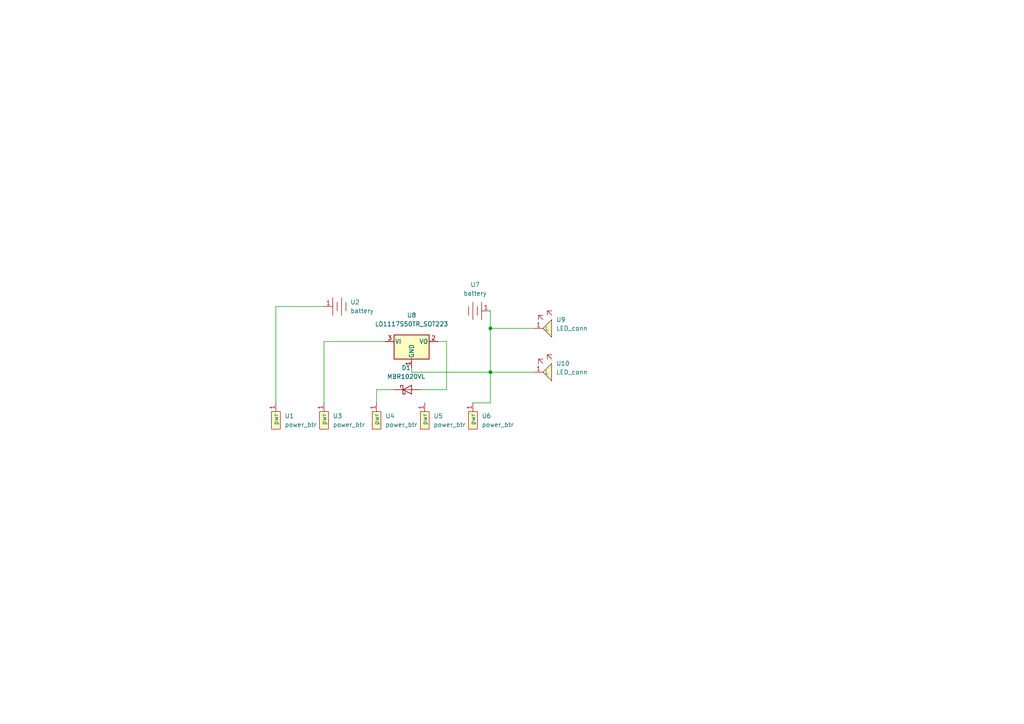
<source format=kicad_sch>
(kicad_sch (version 20211123) (generator eeschema)
  (paper "A4")
  (lib_symbols
    (symbol "Diode:MBR1020VL" (pin_numbers hide) (pin_names hide)
      (property "Reference" "D" (at 0 2.54 0))
      (property "Value" "MBR1020VL" (at 0 -2.54 0))
      (symbol "MBR1020VL_0_1"
        (polyline (pts (xy 1.27 0) (xy -1.27 0)))
        (polyline (pts (xy 1.27 1.27) (xy 1.27 -1.27) (xy -1.27 0) (xy 1.27 1.27)) (stroke (width 0.2032)))
        (polyline (pts (xy -1.905 0.635) (xy -1.905 1.27) (xy -1.27 1.27) (xy -1.27 -1.27) (xy -0.635 -1.27) (xy -0.635 -0.635)) (stroke (width 0.2032)))
      )
      (symbol "MBR1020VL_1_1"
        (pin passive line (at -3.81 0 0) (length 2.54) (name "K") (number "1"))
        (pin passive line (at 3.81 0 180) (length 2.54) (name "A") (number "2"))
      )
    )
    (symbol "Regulator_Linear:LD1117S50TR_SOT223" (pin_names (offset 0.254))
      (property "Reference" "U" (at -3.81 3.175 0))
      (property "Value" "LD1117S50TR_SOT223" (at 0 3.175 0))
      (symbol "LD1117S50TR_SOT223_0_1"
        (rectangle (start -5.08 -5.08) (end 5.08 1.905) (stroke (width 0.254)) (fill (type background)))
      )
      (symbol "LD1117S50TR_SOT223_1_1"
        (pin power_in line (at 0 -7.62 90) (length 2.54) (name "GND") (number "1"))
        (pin power_out line (at 7.62 0 180) (length 2.54) (name "VO") (number "2"))
        (pin power_in line (at -7.62 0 0) (length 2.54) (name "VI") (number "3"))
      )
    )
    (symbol "conn_mother_side:LED_conn"
      (property "Reference" "U" (at -2.54 1.27 0))
      (property "Value" "LED_conn" (at -3.81 -2.54 0))
      (symbol "LED_conn_0_1"
        (polyline (pts (xy 2.54 0) (xy 5.08 2.54) (xy 5.08 -2.54) (xy 2.54 0)) (fill (type background)))
        (polyline (pts (xy 2.54 2.54) (xy 1.27 3.81) (xy 1.27 2.54) (xy 1.27 3.81) (xy 2.54 3.81)))
        (polyline (pts (xy 5.08 3.81) (xy 3.81 5.08) (xy 3.81 3.81) (xy 3.81 5.08) (xy 5.08 5.08)))
      )
      (symbol "LED_conn_1_1"
        (pin input line (at 0 0 0) (length 2.54) (name "L") (number "1"))
      )
    )
    (symbol "conn_mother_side:battery"
      (property "Reference" "U" (at -2.54 -2.54 0))
      (property "Value" "battery" (at -3.81 2.54 0))
      (symbol "battery_0_1"
        (polyline (pts (xy 2.54 1.27) (xy 2.54 1.27)))
        (polyline (pts (xy 2.54 2.54) (xy 2.54 -2.54)))
        (polyline (pts (xy 3.81 -1.27) (xy 3.81 1.27)))
        (polyline (pts (xy 5.08 2.54) (xy 5.08 -2.54)))
        (polyline (pts (xy 6.35 -1.27) (xy 6.35 1.27)))
      )
      (symbol "battery_1_1"
        (pin power_in line (at 0 0 0) (length 2.54) (name "") (number "1"))
      )
    )
    (symbol "conn_mother_side:power_btr"
      (property "Reference" "U" (at 3.81 -5.08 0))
      (property "Value" "power_btr" (at -3.81 1.27 0))
      (symbol "power_btr_0_1"
        (rectangle (start 2.54 0) (end 7.62 -2.54) (fill (type background)))
      )
      (symbol "power_btr_1_1"
        (pin power_out line (at 0 -1.27 0) (length 2.54) (name "pwr") (number "1"))
      )
    )
  )
  (junction (at 142.24 95.25))
  (junction (at 142.24 107.95))
  (wire (pts (xy 93.98 116.84) (xy 93.98 99.06)))
  (wire (pts (xy 129.54 99.06) (xy 129.54 113.03)))
  (wire (pts (xy 142.24 107.95) (xy 119.38 107.95)))
  (wire (pts (xy 142.24 107.95) (xy 142.24 116.84)))
  (wire (pts (xy 127 99.06) (xy 129.54 99.06)))
  (wire (pts (xy 142.24 107.95) (xy 154.94 107.95)))
  (wire (pts (xy 142.24 90.17) (xy 142.24 95.25)))
  (wire (pts (xy 137.16 116.84) (xy 142.24 116.84)))
  (wire (pts (xy 80.01 88.9) (xy 93.98 88.9)))
  (wire (pts (xy 142.24 95.25) (xy 154.94 95.25)))
  (wire (pts (xy 93.98 99.06) (xy 111.76 99.06)))
  (wire (pts (xy 121.92 113.03) (xy 129.54 113.03)))
  (wire (pts (xy 142.24 95.25) (xy 142.24 107.95)))
  (wire (pts (xy 109.22 113.03) (xy 114.3 113.03)))
  (wire (pts (xy 80.01 116.84) (xy 80.01 88.9)))
  (wire (pts (xy 119.38 107.95) (xy 119.38 106.68)))
  (wire (pts (xy 109.22 113.03) (xy 109.22 116.84)))
  (symbol (lib_id "conn_mother_side:power_btr") (at 138.43 116.84 270) (unit 1)
    (property "Reference" "U6" (at 139.7 120.6499 90) (effects (justify left)))
    (property "Value" "power_btr" (at 139.7 123.1899 90) (effects (justify left)))
    (property "Footprint" "mother_conn_side:conn_side" (effects hide))
  )
  (symbol (lib_id "conn_mother_side:power_btr") (at 95.25 116.84 270) (unit 1)
    (property "Reference" "U3" (at 96.52 120.6499 90) (effects (justify left)))
    (property "Value" "power_btr" (at 96.52 123.1899 90) (effects (justify left)))
    (property "Footprint" "mother_conn_side:conn_side" (effects hide))
  )
  (symbol (lib_id "conn_mother_side:battery") (at 142.24 90.17 180) (unit 1)
    (property "Reference" "U7" (at 137.795 82.55 0))
    (property "Value" "battery" (at 137.795 85.09 0))
    (property "Footprint" "mother_conn_side:btttr" (effects hide))
  )
  (symbol (lib_id "Diode:MBR1020VL") (at 118.11 113.03 0) (unit 1)
    (property "Reference" "D1" (at 117.7925 106.68 0))
    (property "Value" "MBR1020VL" (at 117.7925 109.22 0))
    (property "Footprint" "Diode_SMD:D_SOD-123F" (effects hide))
    (property "Datasheet" "https://www.onsemi.com/pub/Collateral/MBR1020VL-D.PDF" (effects hide))
  )
  (symbol (lib_id "conn_mother_side:power_btr") (at 110.49 116.84 270) (unit 1)
    (property "Reference" "U4" (at 111.76 120.6499 90) (effects (justify left)))
    (property "Value" "power_btr" (at 111.76 123.1899 90) (effects (justify left)))
    (property "Footprint" "mother_conn_side:conn_side" (effects hide))
  )
  (symbol (lib_id "conn_mother_side:LED_conn") (at 154.94 95.25 0) (unit 1)
    (property "Reference" "U9" (at 161.29 92.7099 0) (effects (justify left)))
    (property "Value" "LED_conn" (at 161.29 95.2499 0) (effects (justify left)))
    (property "Footprint" "mother_conn_side:led_conn" (effects hide))
  )
  (symbol (lib_id "Regulator_Linear:LD1117S50TR_SOT223") (at 119.38 99.06 0) (unit 1)
    (property "Reference" "U8" (at 119.38 91.44 0))
    (property "Value" "LD1117S50TR_SOT223" (at 119.38 93.98 0))
    (property "Footprint" "Package_TO_SOT_SMD:SOT-223-3_TabPin2" (effects hide))
    (property "Datasheet" "http://www.st.com/st-web-ui/static/active/en/resource/technical/document/datasheet/CD00000544.pdf" (effects hide))
  )
  (symbol (lib_id "conn_mother_side:power_btr") (at 124.46 116.84 270) (unit 1)
    (property "Reference" "U5" (at 125.73 120.6499 90) (effects (justify left)))
    (property "Value" "power_btr" (at 125.73 123.1899 90) (effects (justify left)))
    (property "Footprint" "mother_conn_side:conn_side" (effects hide))
  )
  (symbol (lib_id "conn_mother_side:LED_conn") (at 154.94 107.95 0) (unit 1)
    (property "Reference" "U10" (at 161.29 105.4099 0) (effects (justify left)))
    (property "Value" "LED_conn" (at 161.29 107.9499 0) (effects (justify left)))
    (property "Footprint" "mother_conn_side:led_conn" (effects hide))
  )
  (symbol (lib_id "conn_mother_side:battery") (at 93.98 88.9 0) (unit 1)
    (property "Reference" "U2" (at 101.6 87.6299 0) (effects (justify left)))
    (property "Value" "battery" (at 101.6 90.1699 0) (effects (justify left)))
    (property "Footprint" "mother_conn_side:btttr" (effects hide))
  )
  (symbol (lib_id "conn_mother_side:power_btr") (at 81.28 116.84 270) (unit 1)
    (property "Reference" "U1" (at 82.55 120.6499 90) (effects (justify left)))
    (property "Value" "power_btr" (at 82.55 123.1899 90) (effects (justify left)))
    (property "Footprint" "mother_conn_side:conn_side" (effects hide))
  )
)
</source>
